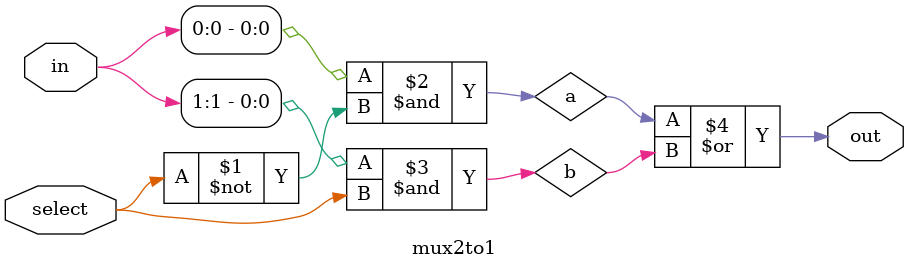
<source format=v>
`timescale 1ns / 1ps 
 
module JKFF(input reset_n, input j, input k, input clk, output reg q, output reg q_);  
    initial begin
      q = 0;
      q_ = ~q;
    end
    
    always @(negedge clk) begin
        q = reset_n & (j&~q | ~k&q);
        q_ = ~reset_n | ~q;
    end

endmodule

module oJKFF(input reset_n, input j, input k, input clk, output reg q, output reg q_);  
    initial begin
      q = 1;
      q_ = ~q;
    end
    
    always @(posedge clk) begin
        q = reset_n & (j&~q | ~k&q);
        q_ = ~reset_n | ~q;
    end

endmodule

/* Implement negative edge triggered D flip-flop 
 * You must use edge_trigger_JKFF module */
module zedge_trigger_D_FF(input reset_n, input d, input clk, output q, output q_);   

    ////////////////////////
    JKFF ETJKFF(reset_n, d, ~d, clk, q, q_);
    ////////////////////////
 
endmodule


module edge_trigger_T_FF(input reset_n, input d, input clk, output q, output q_);   

    ////////////////////////
    JKFF ETJKFF(reset_n, d, d, clk, q, q_);
    ////////////////////////
 
endmodule

module lt10(
    input [10:0] a,
    input [10:0] b,
    output out
    );
    wire [10:0] c;
    wire [10:0] d;
    assign c[0] = ~a[0] & b[0];
    assign c[1] = ~a[1] & b[1];
    assign c[2] = ~a[2] & b[2];
    assign c[3] = ~a[3] & b[3];
    assign c[4] = ~a[4] & b[4];
    assign c[5] = ~a[5] & b[5];
    assign c[6] = ~a[6] & b[6];
    assign c[7] = ~a[7] & b[7];
    assign c[8] = ~a[8] & b[8];
    assign c[9] = ~a[9] & b[9];
    assign c[10] = ~a[10] & b[10];
    
    assign d[0] = a[0] ~^ b[0];
    assign d[1] = a[1] ~^ b[1];
    assign d[2] = a[2] ~^ b[2];
    assign d[3] = a[3] ~^ b[3];
    assign d[4] = a[4] ~^ b[4];
    assign d[5] = a[5] ~^ b[5];
    assign d[6] = a[6] ~^ b[6];
    assign d[7] = a[7] ~^ b[7];
    assign d[8] = a[8] ~^ b[8];
    assign d[9] = a[9] ~^ b[9];
    assign d[10] = a[10] ~^ b[10];
    
    wire [10:0]check;
    assign check[0] = c[10];
    assign check[1] = d[10] & c[9];
    assign check[2] = d[10] & d[9] & c[8];
    assign check[3] = d[10] & d[9] & d[8] & c[7];
    assign check[4] = d[10] & d[9] & d[8] & d[7] & c[6];
    assign check[5] = d[10] & d[9] & d[8] & d[7] & d[6] & c[5];
    assign check[6] = d[10] & d[9] & d[8] & d[7] & d[6] & d[5] & c[4];
    assign check[7] = d[10] & d[9] & d[8] & d[7] & d[6] & d[5] & d[4] & c[3];
    assign check[8] = d[10] & d[9] & d[8] & d[7] & d[6] & d[5] & d[4] & d[3] & c[2]; 
    assign check[9] = d[10] & d[9] & d[8] & d[7] & d[6] & d[5] & d[4] & d[3] & d[2] & c[1]; 
    assign check[10] =d[10] & d[9] & d[8] & d[7] & d[6] & d[5] & d[4] & d[3] & d[2] & d[1] & c[0]; 
    
    assign out = check[0] | check[1] | check[2] | check[3] | check[4] | check[5] | check[6] | check[7] | check[8] | check[9] | check[10];
    
endmodule

module gt10(
    input [10:0] a,
    input [10:0] b,
    output out
    );
    wire [10:0] c;
    wire [10:0] d;
    assign c[0] = a[0] & ~b[0];
    assign c[1] = a[1] & ~b[1];
    assign c[2] = a[2] & ~b[2];
    assign c[3] = a[3] & ~b[3];
    assign c[4] = a[4] & ~b[4];
    assign c[5] = a[5] & ~b[5];
    assign c[6] = a[6] & ~b[6];
    assign c[7] = a[7] & ~b[7];
    assign c[8] = a[8] & ~b[8];
    assign c[9] = a[9] & ~b[9];
    assign c[10] = a[10] & ~b[10];
    
    assign d[0] = a[0] ~^ b[0];
    assign d[1] = a[1] ~^ b[1];
    assign d[2] = a[2] ~^ b[2];
    assign d[3] = a[3] ~^ b[3];
    assign d[4] = a[4] ~^ b[4];
    assign d[5] = a[5] ~^ b[5];
    assign d[6] = a[6] ~^ b[6];
    assign d[7] = a[7] ~^ b[7];
    assign d[8] = a[8] ~^ b[8];
    assign d[9] = a[9] ~^ b[9];
    assign d[10] = a[10] ~^ b[10];
    
    wire [10:0]check;
    assign check[0] = c[10];
    assign check[1] = d[10] & c[9];
    assign check[2] = d[10] & d[9] & c[8];
    assign check[3] = d[10] & d[9] & d[8] & c[7];
    assign check[4] = d[10] & d[9] & d[8] & d[7] & c[6];
    assign check[5] = d[10] & d[9] & d[8] & d[7] & d[6] & c[5];
    assign check[6] = d[10] & d[9] & d[8] & d[7] & d[6] & d[5] & c[4];
    assign check[7] = d[10] & d[9] & d[8] & d[7] & d[6] & d[5] & d[4] & c[3];
    assign check[8] = d[10] & d[9] & d[8] & d[7] & d[6] & d[5] & d[4] & d[3] & c[2]; 
    assign check[9] = d[10] & d[9] & d[8] & d[7] & d[6] & d[5] & d[4] & d[3] & d[2] & c[1]; 
    assign check[10] =d[10] & d[9] & d[8] & d[7] & d[6] & d[5] & d[4] & d[3] & d[2] & d[1] & c[0]; 
    
    assign out = check[0] | check[1] | check[2] | check[3] | check[4] | check[5] | check[6] | check[7] | check[8] | check[9] | check[10];
endmodule 

module mux2to1(
    input [1:0] in,
    input select,
    output out
    );
    
    wire a,b;
    assign a = in[0] & ~select;
    assign b = in[1] & select;
    assign out = a | b;
endmodule 
</source>
